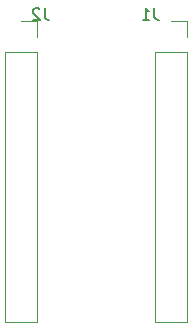
<source format=gbo>
G04 #@! TF.GenerationSoftware,KiCad,Pcbnew,(5.1.8)-1*
G04 #@! TF.CreationDate,2021-06-06T23:54:00+01:00*
G04 #@! TF.ProjectId,qfn-practice,71666e2d-7072-4616-9374-6963652e6b69,rev?*
G04 #@! TF.SameCoordinates,Original*
G04 #@! TF.FileFunction,Legend,Bot*
G04 #@! TF.FilePolarity,Positive*
%FSLAX46Y46*%
G04 Gerber Fmt 4.6, Leading zero omitted, Abs format (unit mm)*
G04 Created by KiCad (PCBNEW (5.1.8)-1) date 2021-06-06 23:54:00*
%MOMM*%
%LPD*%
G01*
G04 APERTURE LIST*
%ADD10C,0.120000*%
%ADD11C,0.150000*%
%ADD12R,1.700000X1.700000*%
%ADD13O,1.700000X1.700000*%
G04 APERTURE END LIST*
D10*
G04 #@! TO.C,J1*
X163890000Y-57090000D02*
X162560000Y-57090000D01*
X163890000Y-58420000D02*
X163890000Y-57090000D01*
X163890000Y-59690000D02*
X161230000Y-59690000D01*
X161230000Y-59690000D02*
X161230000Y-82610000D01*
X163890000Y-59690000D02*
X163890000Y-82610000D01*
X163890000Y-82610000D02*
X161230000Y-82610000D01*
G04 #@! TO.C,J2*
X151190000Y-82610000D02*
X148530000Y-82610000D01*
X151190000Y-59690000D02*
X151190000Y-82610000D01*
X148530000Y-59690000D02*
X148530000Y-82610000D01*
X151190000Y-59690000D02*
X148530000Y-59690000D01*
X151190000Y-58420000D02*
X151190000Y-57090000D01*
X151190000Y-57090000D02*
X149860000Y-57090000D01*
G04 #@! TO.C,J1*
D11*
X161153333Y-56002380D02*
X161153333Y-56716666D01*
X161200952Y-56859523D01*
X161296190Y-56954761D01*
X161439047Y-57002380D01*
X161534285Y-57002380D01*
X160153333Y-57002380D02*
X160724761Y-57002380D01*
X160439047Y-57002380D02*
X160439047Y-56002380D01*
X160534285Y-56145238D01*
X160629523Y-56240476D01*
X160724761Y-56288095D01*
G04 #@! TO.C,J2*
X151853333Y-56002380D02*
X151853333Y-56716666D01*
X151900952Y-56859523D01*
X151996190Y-56954761D01*
X152139047Y-57002380D01*
X152234285Y-57002380D01*
X151424761Y-56097619D02*
X151377142Y-56050000D01*
X151281904Y-56002380D01*
X151043809Y-56002380D01*
X150948571Y-56050000D01*
X150900952Y-56097619D01*
X150853333Y-56192857D01*
X150853333Y-56288095D01*
X150900952Y-56430952D01*
X151472380Y-57002380D01*
X150853333Y-57002380D01*
G04 #@! TD*
%LPC*%
D12*
G04 #@! TO.C,J1*
X162560000Y-58420000D03*
D13*
X162560000Y-60960000D03*
X162560000Y-63500000D03*
X162560000Y-66040000D03*
X162560000Y-68580000D03*
X162560000Y-71120000D03*
X162560000Y-73660000D03*
X162560000Y-76200000D03*
X162560000Y-78740000D03*
X162560000Y-81280000D03*
G04 #@! TD*
G04 #@! TO.C,J2*
X149860000Y-81280000D03*
X149860000Y-78740000D03*
X149860000Y-76200000D03*
X149860000Y-73660000D03*
X149860000Y-71120000D03*
X149860000Y-68580000D03*
X149860000Y-66040000D03*
X149860000Y-63500000D03*
X149860000Y-60960000D03*
D12*
X149860000Y-58420000D03*
G04 #@! TD*
G04 #@! TO.C,J3*
X153900000Y-81300000D03*
D13*
X156440000Y-81300000D03*
X158980000Y-81300000D03*
G04 #@! TD*
D12*
G04 #@! TO.C,J5*
X156100000Y-77500000D03*
D13*
X158640000Y-77500000D03*
G04 #@! TD*
D12*
G04 #@! TO.C,J7*
X153550000Y-58400000D03*
D13*
X153550000Y-60940000D03*
X153550000Y-63480000D03*
G04 #@! TD*
D12*
G04 #@! TO.C,J4*
X158740000Y-61000000D03*
D13*
X156200000Y-61000000D03*
X158740000Y-58460000D03*
X156200000Y-58460000D03*
G04 #@! TD*
M02*

</source>
